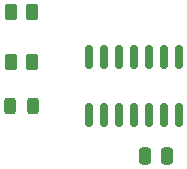
<source format=gbr>
%TF.GenerationSoftware,KiCad,Pcbnew,7.0.5*%
%TF.CreationDate,2023-07-06T17:03:00+08:00*%
%TF.ProjectId,GameRockerShaft,47616d65-526f-4636-9b65-725368616674,rev?*%
%TF.SameCoordinates,Original*%
%TF.FileFunction,Paste,Top*%
%TF.FilePolarity,Positive*%
%FSLAX46Y46*%
G04 Gerber Fmt 4.6, Leading zero omitted, Abs format (unit mm)*
G04 Created by KiCad (PCBNEW 7.0.5) date 2023-07-06 17:03:00*
%MOMM*%
%LPD*%
G01*
G04 APERTURE LIST*
G04 Aperture macros list*
%AMRoundRect*
0 Rectangle with rounded corners*
0 $1 Rounding radius*
0 $2 $3 $4 $5 $6 $7 $8 $9 X,Y pos of 4 corners*
0 Add a 4 corners polygon primitive as box body*
4,1,4,$2,$3,$4,$5,$6,$7,$8,$9,$2,$3,0*
0 Add four circle primitives for the rounded corners*
1,1,$1+$1,$2,$3*
1,1,$1+$1,$4,$5*
1,1,$1+$1,$6,$7*
1,1,$1+$1,$8,$9*
0 Add four rect primitives between the rounded corners*
20,1,$1+$1,$2,$3,$4,$5,0*
20,1,$1+$1,$4,$5,$6,$7,0*
20,1,$1+$1,$6,$7,$8,$9,0*
20,1,$1+$1,$8,$9,$2,$3,0*%
G04 Aperture macros list end*
%ADD10RoundRect,0.150000X-0.150000X0.825000X-0.150000X-0.825000X0.150000X-0.825000X0.150000X0.825000X0*%
%ADD11RoundRect,0.250000X0.250000X0.475000X-0.250000X0.475000X-0.250000X-0.475000X0.250000X-0.475000X0*%
%ADD12RoundRect,0.250000X-0.262500X-0.450000X0.262500X-0.450000X0.262500X0.450000X-0.262500X0.450000X0*%
%ADD13RoundRect,0.243750X-0.243750X-0.456250X0.243750X-0.456250X0.243750X0.456250X-0.243750X0.456250X0*%
%ADD14RoundRect,0.250000X0.262500X0.450000X-0.262500X0.450000X-0.262500X-0.450000X0.262500X-0.450000X0*%
G04 APERTURE END LIST*
D10*
%TO.C,U1*%
X104285000Y-89795000D03*
X103015000Y-89795000D03*
X101745000Y-89795000D03*
X100475000Y-89795000D03*
X99205000Y-89795000D03*
X97935000Y-89795000D03*
X96665000Y-89795000D03*
X96665000Y-94745000D03*
X97935000Y-94745000D03*
X99205000Y-94745000D03*
X100475000Y-94745000D03*
X101745000Y-94745000D03*
X103015000Y-94745000D03*
X104285000Y-94745000D03*
%TD*%
D11*
%TO.C,C1*%
X103250000Y-98250000D03*
X101350000Y-98250000D03*
%TD*%
D12*
%TO.C,R1*%
X90000000Y-86000000D03*
X91825000Y-86000000D03*
%TD*%
D13*
%TO.C,D1*%
X89995000Y-94000000D03*
X91870000Y-94000000D03*
%TD*%
D14*
%TO.C,R2*%
X91825000Y-90293333D03*
X90000000Y-90293333D03*
%TD*%
M02*

</source>
